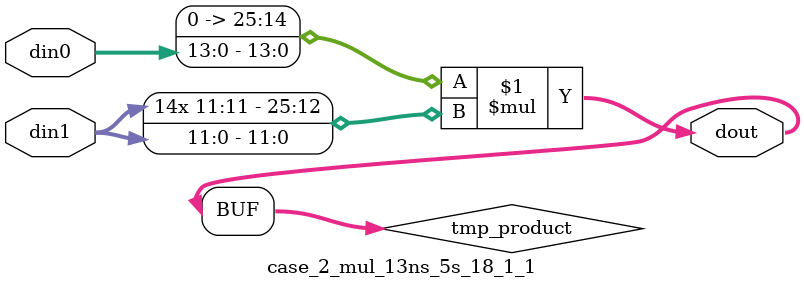
<source format=v>

`timescale 1 ns / 1 ps

 (* use_dsp = "no" *)  module case_2_mul_13ns_5s_18_1_1(din0, din1, dout);
parameter ID = 1;
parameter NUM_STAGE = 0;
parameter din0_WIDTH = 14;
parameter din1_WIDTH = 12;
parameter dout_WIDTH = 26;

input [din0_WIDTH - 1 : 0] din0; 
input [din1_WIDTH - 1 : 0] din1; 
output [dout_WIDTH - 1 : 0] dout;

wire signed [dout_WIDTH - 1 : 0] tmp_product;

























assign tmp_product = $signed({1'b0, din0}) * $signed(din1);










assign dout = tmp_product;





















endmodule

</source>
